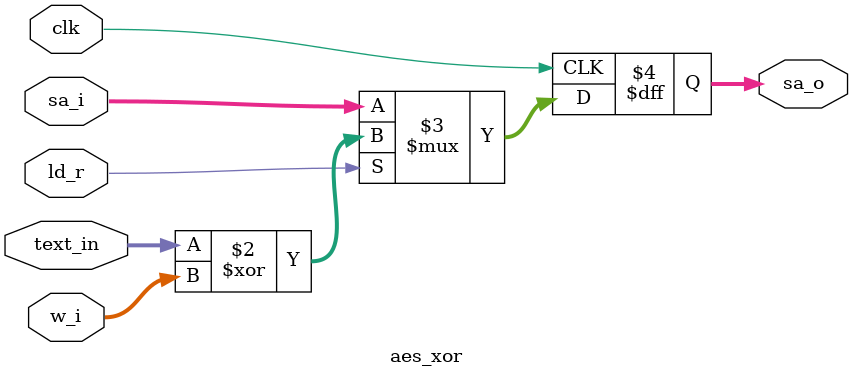
<source format=sv>
/**
 * @filename		aes_addroundkey.sv 
 *
 * @brief     	        xor for addroundkey operation  	
 *
 * @author		Adil Sadik <sadik.adil@gmail.com> 
 *
 * @dependencies	none	
 */


module aes_xor ( clk, ld_r, text_in, w_i, sa_i, sa_o);

input		clk;
input		ld_r;	
input [7:0] 	text_in;
input [7:0] 	w_i;
input [7:0] 	sa_i;
output[7:0] 	sa_o;

reg[7:0]    	sa_o;

always @ (posedge clk) begin
	sa_o <= #1 ld_r ? text_in ^ w_i : sa_i;
end

endmodule

</source>
